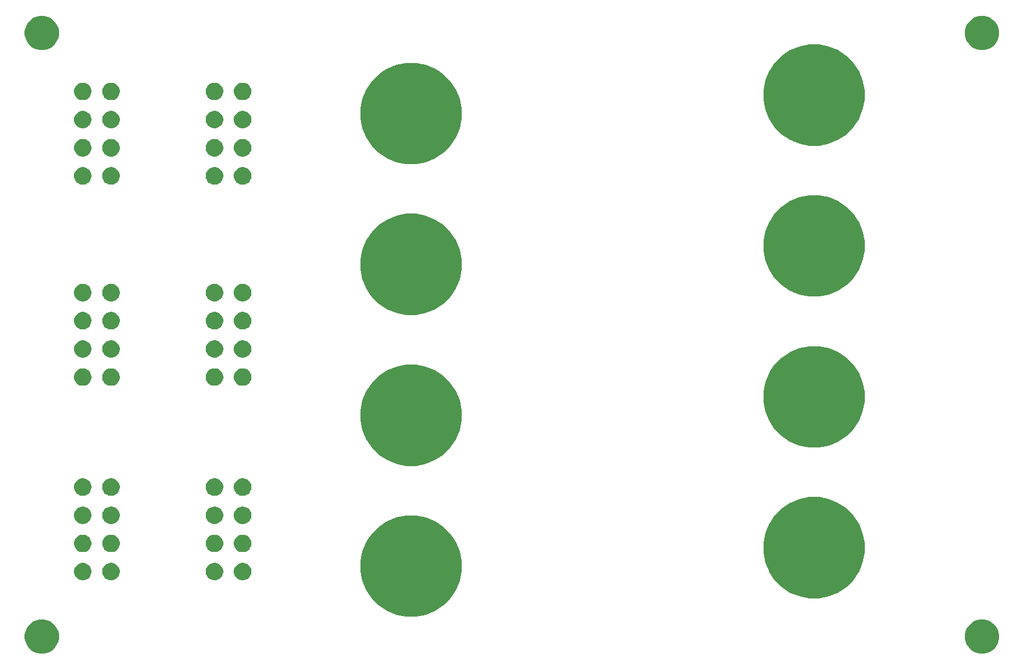
<source format=gbr>
G04 #@! TF.GenerationSoftware,KiCad,Pcbnew,(5.0.1)-3*
G04 #@! TF.CreationDate,2019-04-03T23:09:03+02:00*
G04 #@! TF.ProjectId,discovery,646973636F766572792E6B696361645F,rev?*
G04 #@! TF.SameCoordinates,PX4c4640PY8a48028*
G04 #@! TF.FileFunction,Soldermask,Top*
G04 #@! TF.FilePolarity,Negative*
%FSLAX46Y46*%
G04 Gerber Fmt 4.6, Leading zero omitted, Abs format (unit mm)*
G04 Created by KiCad (PCBNEW (5.0.1)-3) date 03/04/2019 23:09:03*
%MOMM*%
%LPD*%
G01*
G04 APERTURE LIST*
%ADD10C,0.100000*%
G04 APERTURE END LIST*
D10*
G36*
X140745376Y2451407D02*
X140745378Y2451406D01*
X140745379Y2451406D01*
X141209632Y2259107D01*
X141625564Y1981190D01*
X141627451Y1979929D01*
X141982769Y1624611D01*
X141982771Y1624608D01*
X142261947Y1206792D01*
X142454246Y742539D01*
X142552280Y249692D01*
X142552280Y-252812D01*
X142454246Y-745659D01*
X142261947Y-1209912D01*
X141984030Y-1625844D01*
X141982769Y-1627731D01*
X141627451Y-1983049D01*
X141627448Y-1983051D01*
X141209632Y-2262227D01*
X140745379Y-2454526D01*
X140745378Y-2454526D01*
X140745376Y-2454527D01*
X140252533Y-2552560D01*
X139750027Y-2552560D01*
X139257184Y-2454527D01*
X139257182Y-2454526D01*
X139257181Y-2454526D01*
X138792928Y-2262227D01*
X138375112Y-1983051D01*
X138375109Y-1983049D01*
X138019791Y-1627731D01*
X138018530Y-1625844D01*
X137740613Y-1209912D01*
X137548314Y-745659D01*
X137450280Y-252812D01*
X137450280Y249692D01*
X137548314Y742539D01*
X137740613Y1206792D01*
X138019789Y1624608D01*
X138019791Y1624611D01*
X138375109Y1979929D01*
X138376996Y1981190D01*
X138792928Y2259107D01*
X139257181Y2451406D01*
X139257182Y2451406D01*
X139257184Y2451407D01*
X139750027Y2549440D01*
X140252533Y2549440D01*
X140745376Y2451407D01*
X140745376Y2451407D01*
G37*
G36*
X745376Y2451407D02*
X745378Y2451406D01*
X745379Y2451406D01*
X1209632Y2259107D01*
X1625564Y1981190D01*
X1627451Y1979929D01*
X1982769Y1624611D01*
X1982771Y1624608D01*
X2261947Y1206792D01*
X2454246Y742539D01*
X2552280Y249692D01*
X2552280Y-252812D01*
X2454246Y-745659D01*
X2261947Y-1209912D01*
X1984030Y-1625844D01*
X1982769Y-1627731D01*
X1627451Y-1983049D01*
X1627448Y-1983051D01*
X1209632Y-2262227D01*
X745379Y-2454526D01*
X745378Y-2454526D01*
X745376Y-2454527D01*
X252533Y-2552560D01*
X-249973Y-2552560D01*
X-742816Y-2454527D01*
X-742818Y-2454526D01*
X-742819Y-2454526D01*
X-1207072Y-2262227D01*
X-1624888Y-1983051D01*
X-1624891Y-1983049D01*
X-1980209Y-1627731D01*
X-1981470Y-1625844D01*
X-2259387Y-1209912D01*
X-2451686Y-745659D01*
X-2549720Y-252812D01*
X-2549720Y249692D01*
X-2451686Y742539D01*
X-2259387Y1206792D01*
X-1980211Y1624608D01*
X-1980209Y1624611D01*
X-1624891Y1979929D01*
X-1623004Y1981190D01*
X-1207072Y2259107D01*
X-742819Y2451406D01*
X-742818Y2451406D01*
X-742816Y2451407D01*
X-249973Y2549440D01*
X252533Y2549440D01*
X745376Y2451407D01*
X745376Y2451407D01*
G37*
G36*
X57191125Y17759260D02*
X58374472Y17269101D01*
X58565320Y17190049D01*
X58718213Y17087889D01*
X59802065Y16363683D01*
X60853823Y15311925D01*
X60853825Y15311922D01*
X61386515Y14514695D01*
X61680190Y14075178D01*
X62249400Y12700985D01*
X62539580Y11242150D01*
X62539580Y9754730D01*
X62249400Y8295895D01*
X61680190Y6921702D01*
X61680189Y6921700D01*
X61436391Y6556830D01*
X60853823Y5684955D01*
X59802065Y4633197D01*
X59802062Y4633195D01*
X58565320Y3806831D01*
X58565319Y3806830D01*
X58565318Y3806830D01*
X57191125Y3237620D01*
X55732290Y2947440D01*
X54244870Y2947440D01*
X52786035Y3237620D01*
X51411842Y3806830D01*
X51411841Y3806830D01*
X51411840Y3806831D01*
X50175098Y4633195D01*
X50175095Y4633197D01*
X49123337Y5684955D01*
X48540769Y6556830D01*
X48296971Y6921700D01*
X48296970Y6921702D01*
X47727760Y8295895D01*
X47437580Y9754730D01*
X47437580Y11242150D01*
X47727760Y12700985D01*
X48296970Y14075178D01*
X48590646Y14514695D01*
X49123335Y15311922D01*
X49123337Y15311925D01*
X50175095Y16363683D01*
X51258947Y17087889D01*
X51411840Y17190049D01*
X51602688Y17269101D01*
X52786035Y17759260D01*
X54244870Y18049440D01*
X55732290Y18049440D01*
X57191125Y17759260D01*
X57191125Y17759260D01*
G37*
G36*
X117191125Y20509260D02*
X118565318Y19940050D01*
X118565320Y19940049D01*
X119374399Y19399440D01*
X119802065Y19113683D01*
X120853823Y18061925D01*
X120853825Y18061922D01*
X121599788Y16945509D01*
X121680190Y16825178D01*
X122249400Y15450985D01*
X122539580Y13992150D01*
X122539580Y12504730D01*
X122249400Y11045895D01*
X121848453Y10077925D01*
X121680189Y9671700D01*
X121612436Y9570301D01*
X120853823Y8434955D01*
X119802065Y7383197D01*
X119802062Y7383195D01*
X118565320Y6556831D01*
X118565319Y6556830D01*
X118565318Y6556830D01*
X117191125Y5987620D01*
X115732290Y5697440D01*
X114244870Y5697440D01*
X112786035Y5987620D01*
X111411842Y6556830D01*
X111411841Y6556830D01*
X111411840Y6556831D01*
X110175098Y7383195D01*
X110175095Y7383197D01*
X109123337Y8434955D01*
X108364724Y9570301D01*
X108296971Y9671700D01*
X108128707Y10077925D01*
X107727760Y11045895D01*
X107437580Y12504730D01*
X107437580Y13992150D01*
X107727760Y15450985D01*
X108296970Y16825178D01*
X108377373Y16945509D01*
X109123335Y18061922D01*
X109123337Y18061925D01*
X110175095Y19113683D01*
X110602761Y19399440D01*
X111411840Y19940049D01*
X111411842Y19940050D01*
X112786035Y20509260D01*
X114244870Y20799440D01*
X115732290Y20799440D01*
X117191125Y20509260D01*
X117191125Y20509260D01*
G37*
G36*
X30280765Y10949444D02*
X30280767Y10949443D01*
X30280768Y10949443D01*
X30517535Y10851371D01*
X30730622Y10708991D01*
X30911831Y10527782D01*
X31054211Y10314695D01*
X31152284Y10077925D01*
X31202280Y9826579D01*
X31202280Y9570301D01*
X31152284Y9318955D01*
X31054211Y9082185D01*
X30911831Y8869098D01*
X30730622Y8687889D01*
X30730619Y8687887D01*
X30517535Y8545509D01*
X30280768Y8447437D01*
X30280767Y8447437D01*
X30280765Y8447436D01*
X30029419Y8397440D01*
X29773141Y8397440D01*
X29521795Y8447436D01*
X29521793Y8447437D01*
X29521792Y8447437D01*
X29285025Y8545509D01*
X29071941Y8687887D01*
X29071938Y8687889D01*
X28890729Y8869098D01*
X28748349Y9082185D01*
X28650276Y9318955D01*
X28600280Y9570301D01*
X28600280Y9826579D01*
X28650276Y10077925D01*
X28748349Y10314695D01*
X28890729Y10527782D01*
X29071938Y10708991D01*
X29285025Y10851371D01*
X29521792Y10949443D01*
X29521793Y10949443D01*
X29521795Y10949444D01*
X29773141Y10999440D01*
X30029419Y10999440D01*
X30280765Y10949444D01*
X30280765Y10949444D01*
G37*
G36*
X26080765Y10949444D02*
X26080767Y10949443D01*
X26080768Y10949443D01*
X26317535Y10851371D01*
X26530622Y10708991D01*
X26711831Y10527782D01*
X26854211Y10314695D01*
X26952284Y10077925D01*
X27002280Y9826579D01*
X27002280Y9570301D01*
X26952284Y9318955D01*
X26854211Y9082185D01*
X26711831Y8869098D01*
X26530622Y8687889D01*
X26530619Y8687887D01*
X26317535Y8545509D01*
X26080768Y8447437D01*
X26080767Y8447437D01*
X26080765Y8447436D01*
X25829419Y8397440D01*
X25573141Y8397440D01*
X25321795Y8447436D01*
X25321793Y8447437D01*
X25321792Y8447437D01*
X25085025Y8545509D01*
X24871941Y8687887D01*
X24871938Y8687889D01*
X24690729Y8869098D01*
X24548349Y9082185D01*
X24450276Y9318955D01*
X24400280Y9570301D01*
X24400280Y9826579D01*
X24450276Y10077925D01*
X24548349Y10314695D01*
X24690729Y10527782D01*
X24871938Y10708991D01*
X25085025Y10851371D01*
X25321792Y10949443D01*
X25321793Y10949443D01*
X25321795Y10949444D01*
X25573141Y10999440D01*
X25829419Y10999440D01*
X26080765Y10949444D01*
X26080765Y10949444D01*
G37*
G36*
X6480765Y10949444D02*
X6480767Y10949443D01*
X6480768Y10949443D01*
X6717535Y10851371D01*
X6930622Y10708991D01*
X7111831Y10527782D01*
X7254211Y10314695D01*
X7352284Y10077925D01*
X7402280Y9826579D01*
X7402280Y9570301D01*
X7352284Y9318955D01*
X7254211Y9082185D01*
X7111831Y8869098D01*
X6930622Y8687889D01*
X6930619Y8687887D01*
X6717535Y8545509D01*
X6480768Y8447437D01*
X6480767Y8447437D01*
X6480765Y8447436D01*
X6229419Y8397440D01*
X5973141Y8397440D01*
X5721795Y8447436D01*
X5721793Y8447437D01*
X5721792Y8447437D01*
X5485025Y8545509D01*
X5271941Y8687887D01*
X5271938Y8687889D01*
X5090729Y8869098D01*
X4948349Y9082185D01*
X4850276Y9318955D01*
X4800280Y9570301D01*
X4800280Y9826579D01*
X4850276Y10077925D01*
X4948349Y10314695D01*
X5090729Y10527782D01*
X5271938Y10708991D01*
X5485025Y10851371D01*
X5721792Y10949443D01*
X5721793Y10949443D01*
X5721795Y10949444D01*
X5973141Y10999440D01*
X6229419Y10999440D01*
X6480765Y10949444D01*
X6480765Y10949444D01*
G37*
G36*
X10680765Y10949444D02*
X10680767Y10949443D01*
X10680768Y10949443D01*
X10917535Y10851371D01*
X11130622Y10708991D01*
X11311831Y10527782D01*
X11454211Y10314695D01*
X11552284Y10077925D01*
X11602280Y9826579D01*
X11602280Y9570301D01*
X11552284Y9318955D01*
X11454211Y9082185D01*
X11311831Y8869098D01*
X11130622Y8687889D01*
X11130619Y8687887D01*
X10917535Y8545509D01*
X10680768Y8447437D01*
X10680767Y8447437D01*
X10680765Y8447436D01*
X10429419Y8397440D01*
X10173141Y8397440D01*
X9921795Y8447436D01*
X9921793Y8447437D01*
X9921792Y8447437D01*
X9685025Y8545509D01*
X9471941Y8687887D01*
X9471938Y8687889D01*
X9290729Y8869098D01*
X9148349Y9082185D01*
X9050276Y9318955D01*
X9000280Y9570301D01*
X9000280Y9826579D01*
X9050276Y10077925D01*
X9148349Y10314695D01*
X9290729Y10527782D01*
X9471938Y10708991D01*
X9685025Y10851371D01*
X9921792Y10949443D01*
X9921793Y10949443D01*
X9921795Y10949444D01*
X10173141Y10999440D01*
X10429419Y10999440D01*
X10680765Y10949444D01*
X10680765Y10949444D01*
G37*
G36*
X10680765Y15149444D02*
X10680767Y15149443D01*
X10680768Y15149443D01*
X10917535Y15051371D01*
X11130622Y14908991D01*
X11311831Y14727782D01*
X11454211Y14514695D01*
X11552284Y14277925D01*
X11602280Y14026579D01*
X11602280Y13770301D01*
X11552284Y13518955D01*
X11454211Y13282185D01*
X11311831Y13069098D01*
X11130622Y12887889D01*
X11130619Y12887887D01*
X10917535Y12745509D01*
X10680768Y12647437D01*
X10680767Y12647437D01*
X10680765Y12647436D01*
X10429419Y12597440D01*
X10173141Y12597440D01*
X9921795Y12647436D01*
X9921793Y12647437D01*
X9921792Y12647437D01*
X9685025Y12745509D01*
X9471941Y12887887D01*
X9471938Y12887889D01*
X9290729Y13069098D01*
X9148349Y13282185D01*
X9050276Y13518955D01*
X9000280Y13770301D01*
X9000280Y14026579D01*
X9050276Y14277925D01*
X9148349Y14514695D01*
X9290729Y14727782D01*
X9471938Y14908991D01*
X9685025Y15051371D01*
X9921792Y15149443D01*
X9921793Y15149443D01*
X9921795Y15149444D01*
X10173141Y15199440D01*
X10429419Y15199440D01*
X10680765Y15149444D01*
X10680765Y15149444D01*
G37*
G36*
X30280765Y15149444D02*
X30280767Y15149443D01*
X30280768Y15149443D01*
X30517535Y15051371D01*
X30730622Y14908991D01*
X30911831Y14727782D01*
X31054211Y14514695D01*
X31152284Y14277925D01*
X31202280Y14026579D01*
X31202280Y13770301D01*
X31152284Y13518955D01*
X31054211Y13282185D01*
X30911831Y13069098D01*
X30730622Y12887889D01*
X30730619Y12887887D01*
X30517535Y12745509D01*
X30280768Y12647437D01*
X30280767Y12647437D01*
X30280765Y12647436D01*
X30029419Y12597440D01*
X29773141Y12597440D01*
X29521795Y12647436D01*
X29521793Y12647437D01*
X29521792Y12647437D01*
X29285025Y12745509D01*
X29071941Y12887887D01*
X29071938Y12887889D01*
X28890729Y13069098D01*
X28748349Y13282185D01*
X28650276Y13518955D01*
X28600280Y13770301D01*
X28600280Y14026579D01*
X28650276Y14277925D01*
X28748349Y14514695D01*
X28890729Y14727782D01*
X29071938Y14908991D01*
X29285025Y15051371D01*
X29521792Y15149443D01*
X29521793Y15149443D01*
X29521795Y15149444D01*
X29773141Y15199440D01*
X30029419Y15199440D01*
X30280765Y15149444D01*
X30280765Y15149444D01*
G37*
G36*
X26080765Y15149444D02*
X26080767Y15149443D01*
X26080768Y15149443D01*
X26317535Y15051371D01*
X26530622Y14908991D01*
X26711831Y14727782D01*
X26854211Y14514695D01*
X26952284Y14277925D01*
X27002280Y14026579D01*
X27002280Y13770301D01*
X26952284Y13518955D01*
X26854211Y13282185D01*
X26711831Y13069098D01*
X26530622Y12887889D01*
X26530619Y12887887D01*
X26317535Y12745509D01*
X26080768Y12647437D01*
X26080767Y12647437D01*
X26080765Y12647436D01*
X25829419Y12597440D01*
X25573141Y12597440D01*
X25321795Y12647436D01*
X25321793Y12647437D01*
X25321792Y12647437D01*
X25085025Y12745509D01*
X24871941Y12887887D01*
X24871938Y12887889D01*
X24690729Y13069098D01*
X24548349Y13282185D01*
X24450276Y13518955D01*
X24400280Y13770301D01*
X24400280Y14026579D01*
X24450276Y14277925D01*
X24548349Y14514695D01*
X24690729Y14727782D01*
X24871938Y14908991D01*
X25085025Y15051371D01*
X25321792Y15149443D01*
X25321793Y15149443D01*
X25321795Y15149444D01*
X25573141Y15199440D01*
X25829419Y15199440D01*
X26080765Y15149444D01*
X26080765Y15149444D01*
G37*
G36*
X6480765Y15149444D02*
X6480767Y15149443D01*
X6480768Y15149443D01*
X6717535Y15051371D01*
X6930622Y14908991D01*
X7111831Y14727782D01*
X7254211Y14514695D01*
X7352284Y14277925D01*
X7402280Y14026579D01*
X7402280Y13770301D01*
X7352284Y13518955D01*
X7254211Y13282185D01*
X7111831Y13069098D01*
X6930622Y12887889D01*
X6930619Y12887887D01*
X6717535Y12745509D01*
X6480768Y12647437D01*
X6480767Y12647437D01*
X6480765Y12647436D01*
X6229419Y12597440D01*
X5973141Y12597440D01*
X5721795Y12647436D01*
X5721793Y12647437D01*
X5721792Y12647437D01*
X5485025Y12745509D01*
X5271941Y12887887D01*
X5271938Y12887889D01*
X5090729Y13069098D01*
X4948349Y13282185D01*
X4850276Y13518955D01*
X4800280Y13770301D01*
X4800280Y14026579D01*
X4850276Y14277925D01*
X4948349Y14514695D01*
X5090729Y14727782D01*
X5271938Y14908991D01*
X5485025Y15051371D01*
X5721792Y15149443D01*
X5721793Y15149443D01*
X5721795Y15149444D01*
X5973141Y15199440D01*
X6229419Y15199440D01*
X6480765Y15149444D01*
X6480765Y15149444D01*
G37*
G36*
X6480765Y19349444D02*
X6480767Y19349443D01*
X6480768Y19349443D01*
X6717535Y19251371D01*
X6930622Y19108991D01*
X7111831Y18927782D01*
X7254211Y18714695D01*
X7352284Y18477925D01*
X7402280Y18226579D01*
X7402280Y17970301D01*
X7352284Y17718955D01*
X7254211Y17482185D01*
X7111831Y17269098D01*
X6930622Y17087889D01*
X6930619Y17087887D01*
X6717535Y16945509D01*
X6480768Y16847437D01*
X6480767Y16847437D01*
X6480765Y16847436D01*
X6229419Y16797440D01*
X5973141Y16797440D01*
X5721795Y16847436D01*
X5721793Y16847437D01*
X5721792Y16847437D01*
X5485025Y16945509D01*
X5271941Y17087887D01*
X5271938Y17087889D01*
X5090729Y17269098D01*
X4948349Y17482185D01*
X4850276Y17718955D01*
X4800280Y17970301D01*
X4800280Y18226579D01*
X4850276Y18477925D01*
X4948349Y18714695D01*
X5090729Y18927782D01*
X5271938Y19108991D01*
X5485025Y19251371D01*
X5721792Y19349443D01*
X5721793Y19349443D01*
X5721795Y19349444D01*
X5973141Y19399440D01*
X6229419Y19399440D01*
X6480765Y19349444D01*
X6480765Y19349444D01*
G37*
G36*
X10680765Y19349444D02*
X10680767Y19349443D01*
X10680768Y19349443D01*
X10917535Y19251371D01*
X11130622Y19108991D01*
X11311831Y18927782D01*
X11454211Y18714695D01*
X11552284Y18477925D01*
X11602280Y18226579D01*
X11602280Y17970301D01*
X11552284Y17718955D01*
X11454211Y17482185D01*
X11311831Y17269098D01*
X11130622Y17087889D01*
X11130619Y17087887D01*
X10917535Y16945509D01*
X10680768Y16847437D01*
X10680767Y16847437D01*
X10680765Y16847436D01*
X10429419Y16797440D01*
X10173141Y16797440D01*
X9921795Y16847436D01*
X9921793Y16847437D01*
X9921792Y16847437D01*
X9685025Y16945509D01*
X9471941Y17087887D01*
X9471938Y17087889D01*
X9290729Y17269098D01*
X9148349Y17482185D01*
X9050276Y17718955D01*
X9000280Y17970301D01*
X9000280Y18226579D01*
X9050276Y18477925D01*
X9148349Y18714695D01*
X9290729Y18927782D01*
X9471938Y19108991D01*
X9685025Y19251371D01*
X9921792Y19349443D01*
X9921793Y19349443D01*
X9921795Y19349444D01*
X10173141Y19399440D01*
X10429419Y19399440D01*
X10680765Y19349444D01*
X10680765Y19349444D01*
G37*
G36*
X30280765Y19349444D02*
X30280767Y19349443D01*
X30280768Y19349443D01*
X30517535Y19251371D01*
X30730622Y19108991D01*
X30911831Y18927782D01*
X31054211Y18714695D01*
X31152284Y18477925D01*
X31202280Y18226579D01*
X31202280Y17970301D01*
X31152284Y17718955D01*
X31054211Y17482185D01*
X30911831Y17269098D01*
X30730622Y17087889D01*
X30730619Y17087887D01*
X30517535Y16945509D01*
X30280768Y16847437D01*
X30280767Y16847437D01*
X30280765Y16847436D01*
X30029419Y16797440D01*
X29773141Y16797440D01*
X29521795Y16847436D01*
X29521793Y16847437D01*
X29521792Y16847437D01*
X29285025Y16945509D01*
X29071941Y17087887D01*
X29071938Y17087889D01*
X28890729Y17269098D01*
X28748349Y17482185D01*
X28650276Y17718955D01*
X28600280Y17970301D01*
X28600280Y18226579D01*
X28650276Y18477925D01*
X28748349Y18714695D01*
X28890729Y18927782D01*
X29071938Y19108991D01*
X29285025Y19251371D01*
X29521792Y19349443D01*
X29521793Y19349443D01*
X29521795Y19349444D01*
X29773141Y19399440D01*
X30029419Y19399440D01*
X30280765Y19349444D01*
X30280765Y19349444D01*
G37*
G36*
X26080765Y19349444D02*
X26080767Y19349443D01*
X26080768Y19349443D01*
X26317535Y19251371D01*
X26530622Y19108991D01*
X26711831Y18927782D01*
X26854211Y18714695D01*
X26952284Y18477925D01*
X27002280Y18226579D01*
X27002280Y17970301D01*
X26952284Y17718955D01*
X26854211Y17482185D01*
X26711831Y17269098D01*
X26530622Y17087889D01*
X26530619Y17087887D01*
X26317535Y16945509D01*
X26080768Y16847437D01*
X26080767Y16847437D01*
X26080765Y16847436D01*
X25829419Y16797440D01*
X25573141Y16797440D01*
X25321795Y16847436D01*
X25321793Y16847437D01*
X25321792Y16847437D01*
X25085025Y16945509D01*
X24871941Y17087887D01*
X24871938Y17087889D01*
X24690729Y17269098D01*
X24548349Y17482185D01*
X24450276Y17718955D01*
X24400280Y17970301D01*
X24400280Y18226579D01*
X24450276Y18477925D01*
X24548349Y18714695D01*
X24690729Y18927782D01*
X24871938Y19108991D01*
X25085025Y19251371D01*
X25321792Y19349443D01*
X25321793Y19349443D01*
X25321795Y19349444D01*
X25573141Y19399440D01*
X25829419Y19399440D01*
X26080765Y19349444D01*
X26080765Y19349444D01*
G37*
G36*
X30280765Y23549444D02*
X30280767Y23549443D01*
X30280768Y23549443D01*
X30517535Y23451371D01*
X30730622Y23308991D01*
X30911831Y23127782D01*
X31054211Y22914695D01*
X31152284Y22677925D01*
X31202280Y22426579D01*
X31202280Y22170301D01*
X31152284Y21918955D01*
X31054211Y21682185D01*
X30911831Y21469098D01*
X30730622Y21287889D01*
X30730619Y21287887D01*
X30517535Y21145509D01*
X30280768Y21047437D01*
X30280767Y21047437D01*
X30280765Y21047436D01*
X30029419Y20997440D01*
X29773141Y20997440D01*
X29521795Y21047436D01*
X29521793Y21047437D01*
X29521792Y21047437D01*
X29285025Y21145509D01*
X29071941Y21287887D01*
X29071938Y21287889D01*
X28890729Y21469098D01*
X28748349Y21682185D01*
X28650276Y21918955D01*
X28600280Y22170301D01*
X28600280Y22426579D01*
X28650276Y22677925D01*
X28748349Y22914695D01*
X28890729Y23127782D01*
X29071938Y23308991D01*
X29285025Y23451371D01*
X29521792Y23549443D01*
X29521793Y23549443D01*
X29521795Y23549444D01*
X29773141Y23599440D01*
X30029419Y23599440D01*
X30280765Y23549444D01*
X30280765Y23549444D01*
G37*
G36*
X6480765Y23549444D02*
X6480767Y23549443D01*
X6480768Y23549443D01*
X6717535Y23451371D01*
X6930622Y23308991D01*
X7111831Y23127782D01*
X7254211Y22914695D01*
X7352284Y22677925D01*
X7402280Y22426579D01*
X7402280Y22170301D01*
X7352284Y21918955D01*
X7254211Y21682185D01*
X7111831Y21469098D01*
X6930622Y21287889D01*
X6930619Y21287887D01*
X6717535Y21145509D01*
X6480768Y21047437D01*
X6480767Y21047437D01*
X6480765Y21047436D01*
X6229419Y20997440D01*
X5973141Y20997440D01*
X5721795Y21047436D01*
X5721793Y21047437D01*
X5721792Y21047437D01*
X5485025Y21145509D01*
X5271941Y21287887D01*
X5271938Y21287889D01*
X5090729Y21469098D01*
X4948349Y21682185D01*
X4850276Y21918955D01*
X4800280Y22170301D01*
X4800280Y22426579D01*
X4850276Y22677925D01*
X4948349Y22914695D01*
X5090729Y23127782D01*
X5271938Y23308991D01*
X5485025Y23451371D01*
X5721792Y23549443D01*
X5721793Y23549443D01*
X5721795Y23549444D01*
X5973141Y23599440D01*
X6229419Y23599440D01*
X6480765Y23549444D01*
X6480765Y23549444D01*
G37*
G36*
X10680765Y23549444D02*
X10680767Y23549443D01*
X10680768Y23549443D01*
X10917535Y23451371D01*
X11130622Y23308991D01*
X11311831Y23127782D01*
X11454211Y22914695D01*
X11552284Y22677925D01*
X11602280Y22426579D01*
X11602280Y22170301D01*
X11552284Y21918955D01*
X11454211Y21682185D01*
X11311831Y21469098D01*
X11130622Y21287889D01*
X11130619Y21287887D01*
X10917535Y21145509D01*
X10680768Y21047437D01*
X10680767Y21047437D01*
X10680765Y21047436D01*
X10429419Y20997440D01*
X10173141Y20997440D01*
X9921795Y21047436D01*
X9921793Y21047437D01*
X9921792Y21047437D01*
X9685025Y21145509D01*
X9471941Y21287887D01*
X9471938Y21287889D01*
X9290729Y21469098D01*
X9148349Y21682185D01*
X9050276Y21918955D01*
X9000280Y22170301D01*
X9000280Y22426579D01*
X9050276Y22677925D01*
X9148349Y22914695D01*
X9290729Y23127782D01*
X9471938Y23308991D01*
X9685025Y23451371D01*
X9921792Y23549443D01*
X9921793Y23549443D01*
X9921795Y23549444D01*
X10173141Y23599440D01*
X10429419Y23599440D01*
X10680765Y23549444D01*
X10680765Y23549444D01*
G37*
G36*
X26080765Y23549444D02*
X26080767Y23549443D01*
X26080768Y23549443D01*
X26317535Y23451371D01*
X26530622Y23308991D01*
X26711831Y23127782D01*
X26854211Y22914695D01*
X26952284Y22677925D01*
X27002280Y22426579D01*
X27002280Y22170301D01*
X26952284Y21918955D01*
X26854211Y21682185D01*
X26711831Y21469098D01*
X26530622Y21287889D01*
X26530619Y21287887D01*
X26317535Y21145509D01*
X26080768Y21047437D01*
X26080767Y21047437D01*
X26080765Y21047436D01*
X25829419Y20997440D01*
X25573141Y20997440D01*
X25321795Y21047436D01*
X25321793Y21047437D01*
X25321792Y21047437D01*
X25085025Y21145509D01*
X24871941Y21287887D01*
X24871938Y21287889D01*
X24690729Y21469098D01*
X24548349Y21682185D01*
X24450276Y21918955D01*
X24400280Y22170301D01*
X24400280Y22426579D01*
X24450276Y22677925D01*
X24548349Y22914695D01*
X24690729Y23127782D01*
X24871938Y23308991D01*
X25085025Y23451371D01*
X25321792Y23549443D01*
X25321793Y23549443D01*
X25321795Y23549444D01*
X25573141Y23599440D01*
X25829419Y23599440D01*
X26080765Y23549444D01*
X26080765Y23549444D01*
G37*
G36*
X57191125Y40259260D02*
X58519590Y39708991D01*
X58565320Y39690049D01*
X58808174Y39527779D01*
X59802065Y38863683D01*
X60853823Y37811925D01*
X60853825Y37811922D01*
X61097367Y37447436D01*
X61680190Y36575178D01*
X62249400Y35200985D01*
X62539580Y33742150D01*
X62539580Y32254730D01*
X62249400Y30795895D01*
X61680190Y29421702D01*
X61680189Y29421700D01*
X61436391Y29056830D01*
X60853823Y28184955D01*
X59802065Y27133197D01*
X59802062Y27133195D01*
X58565320Y26306831D01*
X58565319Y26306830D01*
X58565318Y26306830D01*
X57191125Y25737620D01*
X55732290Y25447440D01*
X54244870Y25447440D01*
X52786035Y25737620D01*
X51411842Y26306830D01*
X51411841Y26306830D01*
X51411840Y26306831D01*
X50175098Y27133195D01*
X50175095Y27133197D01*
X49123337Y28184955D01*
X48540769Y29056830D01*
X48296971Y29421700D01*
X48296970Y29421702D01*
X47727760Y30795895D01*
X47437580Y32254730D01*
X47437580Y33742150D01*
X47727760Y35200985D01*
X48296970Y36575178D01*
X48879794Y37447436D01*
X49123335Y37811922D01*
X49123337Y37811925D01*
X50175095Y38863683D01*
X51168986Y39527779D01*
X51411840Y39690049D01*
X51457570Y39708991D01*
X52786035Y40259260D01*
X54244870Y40549440D01*
X55732290Y40549440D01*
X57191125Y40259260D01*
X57191125Y40259260D01*
G37*
G36*
X117191125Y43009260D02*
X118565318Y42440050D01*
X118565320Y42440049D01*
X118801580Y42282185D01*
X119802065Y41613683D01*
X120853823Y40561925D01*
X120853825Y40561922D01*
X121544817Y39527779D01*
X121680190Y39325178D01*
X122249400Y37950985D01*
X122539580Y36492150D01*
X122539580Y35004730D01*
X122249400Y33545895D01*
X121680190Y32171702D01*
X120853823Y30934955D01*
X119802065Y29883197D01*
X119802062Y29883195D01*
X118565320Y29056831D01*
X118565319Y29056830D01*
X118565318Y29056830D01*
X117191125Y28487620D01*
X115732290Y28197440D01*
X114244870Y28197440D01*
X112786035Y28487620D01*
X111411842Y29056830D01*
X111411841Y29056830D01*
X111411840Y29056831D01*
X110175098Y29883195D01*
X110175095Y29883197D01*
X109123337Y30934955D01*
X108296970Y32171702D01*
X107727760Y33545895D01*
X107437580Y35004730D01*
X107437580Y36492150D01*
X107727760Y37950985D01*
X108296970Y39325178D01*
X108432344Y39527779D01*
X109123335Y40561922D01*
X109123337Y40561925D01*
X110175095Y41613683D01*
X111175580Y42282185D01*
X111411840Y42440049D01*
X111411842Y42440050D01*
X112786035Y43009260D01*
X114244870Y43299440D01*
X115732290Y43299440D01*
X117191125Y43009260D01*
X117191125Y43009260D01*
G37*
G36*
X26080765Y39949444D02*
X26080767Y39949443D01*
X26080768Y39949443D01*
X26317535Y39851371D01*
X26530622Y39708991D01*
X26711831Y39527782D01*
X26854211Y39314695D01*
X26952284Y39077925D01*
X27002280Y38826579D01*
X27002280Y38570301D01*
X26952284Y38318955D01*
X26854211Y38082185D01*
X26711831Y37869098D01*
X26530622Y37687889D01*
X26530619Y37687887D01*
X26317535Y37545509D01*
X26080768Y37447437D01*
X26080767Y37447437D01*
X26080765Y37447436D01*
X25829419Y37397440D01*
X25573141Y37397440D01*
X25321795Y37447436D01*
X25321793Y37447437D01*
X25321792Y37447437D01*
X25085025Y37545509D01*
X24871941Y37687887D01*
X24871938Y37687889D01*
X24690729Y37869098D01*
X24548349Y38082185D01*
X24450276Y38318955D01*
X24400280Y38570301D01*
X24400280Y38826579D01*
X24450276Y39077925D01*
X24548349Y39314695D01*
X24690729Y39527782D01*
X24871938Y39708991D01*
X25085025Y39851371D01*
X25321792Y39949443D01*
X25321793Y39949443D01*
X25321795Y39949444D01*
X25573141Y39999440D01*
X25829419Y39999440D01*
X26080765Y39949444D01*
X26080765Y39949444D01*
G37*
G36*
X10680765Y39949444D02*
X10680767Y39949443D01*
X10680768Y39949443D01*
X10917535Y39851371D01*
X11130622Y39708991D01*
X11311831Y39527782D01*
X11454211Y39314695D01*
X11552284Y39077925D01*
X11602280Y38826579D01*
X11602280Y38570301D01*
X11552284Y38318955D01*
X11454211Y38082185D01*
X11311831Y37869098D01*
X11130622Y37687889D01*
X11130619Y37687887D01*
X10917535Y37545509D01*
X10680768Y37447437D01*
X10680767Y37447437D01*
X10680765Y37447436D01*
X10429419Y37397440D01*
X10173141Y37397440D01*
X9921795Y37447436D01*
X9921793Y37447437D01*
X9921792Y37447437D01*
X9685025Y37545509D01*
X9471941Y37687887D01*
X9471938Y37687889D01*
X9290729Y37869098D01*
X9148349Y38082185D01*
X9050276Y38318955D01*
X9000280Y38570301D01*
X9000280Y38826579D01*
X9050276Y39077925D01*
X9148349Y39314695D01*
X9290729Y39527782D01*
X9471938Y39708991D01*
X9685025Y39851371D01*
X9921792Y39949443D01*
X9921793Y39949443D01*
X9921795Y39949444D01*
X10173141Y39999440D01*
X10429419Y39999440D01*
X10680765Y39949444D01*
X10680765Y39949444D01*
G37*
G36*
X30280765Y39949444D02*
X30280767Y39949443D01*
X30280768Y39949443D01*
X30517535Y39851371D01*
X30730622Y39708991D01*
X30911831Y39527782D01*
X31054211Y39314695D01*
X31152284Y39077925D01*
X31202280Y38826579D01*
X31202280Y38570301D01*
X31152284Y38318955D01*
X31054211Y38082185D01*
X30911831Y37869098D01*
X30730622Y37687889D01*
X30730619Y37687887D01*
X30517535Y37545509D01*
X30280768Y37447437D01*
X30280767Y37447437D01*
X30280765Y37447436D01*
X30029419Y37397440D01*
X29773141Y37397440D01*
X29521795Y37447436D01*
X29521793Y37447437D01*
X29521792Y37447437D01*
X29285025Y37545509D01*
X29071941Y37687887D01*
X29071938Y37687889D01*
X28890729Y37869098D01*
X28748349Y38082185D01*
X28650276Y38318955D01*
X28600280Y38570301D01*
X28600280Y38826579D01*
X28650276Y39077925D01*
X28748349Y39314695D01*
X28890729Y39527782D01*
X29071938Y39708991D01*
X29285025Y39851371D01*
X29521792Y39949443D01*
X29521793Y39949443D01*
X29521795Y39949444D01*
X29773141Y39999440D01*
X30029419Y39999440D01*
X30280765Y39949444D01*
X30280765Y39949444D01*
G37*
G36*
X6480765Y39949444D02*
X6480767Y39949443D01*
X6480768Y39949443D01*
X6717535Y39851371D01*
X6930622Y39708991D01*
X7111831Y39527782D01*
X7254211Y39314695D01*
X7352284Y39077925D01*
X7402280Y38826579D01*
X7402280Y38570301D01*
X7352284Y38318955D01*
X7254211Y38082185D01*
X7111831Y37869098D01*
X6930622Y37687889D01*
X6930619Y37687887D01*
X6717535Y37545509D01*
X6480768Y37447437D01*
X6480767Y37447437D01*
X6480765Y37447436D01*
X6229419Y37397440D01*
X5973141Y37397440D01*
X5721795Y37447436D01*
X5721793Y37447437D01*
X5721792Y37447437D01*
X5485025Y37545509D01*
X5271941Y37687887D01*
X5271938Y37687889D01*
X5090729Y37869098D01*
X4948349Y38082185D01*
X4850276Y38318955D01*
X4800280Y38570301D01*
X4800280Y38826579D01*
X4850276Y39077925D01*
X4948349Y39314695D01*
X5090729Y39527782D01*
X5271938Y39708991D01*
X5485025Y39851371D01*
X5721792Y39949443D01*
X5721793Y39949443D01*
X5721795Y39949444D01*
X5973141Y39999440D01*
X6229419Y39999440D01*
X6480765Y39949444D01*
X6480765Y39949444D01*
G37*
G36*
X6480765Y44149444D02*
X6480767Y44149443D01*
X6480768Y44149443D01*
X6717535Y44051371D01*
X6930622Y43908991D01*
X7111831Y43727782D01*
X7254211Y43514695D01*
X7352284Y43277925D01*
X7402280Y43026579D01*
X7402280Y42770301D01*
X7352284Y42518955D01*
X7254211Y42282185D01*
X7111831Y42069098D01*
X6930622Y41887889D01*
X6930619Y41887887D01*
X6717535Y41745509D01*
X6480768Y41647437D01*
X6480767Y41647437D01*
X6480765Y41647436D01*
X6229419Y41597440D01*
X5973141Y41597440D01*
X5721795Y41647436D01*
X5721793Y41647437D01*
X5721792Y41647437D01*
X5485025Y41745509D01*
X5271941Y41887887D01*
X5271938Y41887889D01*
X5090729Y42069098D01*
X4948349Y42282185D01*
X4850276Y42518955D01*
X4800280Y42770301D01*
X4800280Y43026579D01*
X4850276Y43277925D01*
X4948349Y43514695D01*
X5090729Y43727782D01*
X5271938Y43908991D01*
X5485025Y44051371D01*
X5721792Y44149443D01*
X5721793Y44149443D01*
X5721795Y44149444D01*
X5973141Y44199440D01*
X6229419Y44199440D01*
X6480765Y44149444D01*
X6480765Y44149444D01*
G37*
G36*
X10680765Y44149444D02*
X10680767Y44149443D01*
X10680768Y44149443D01*
X10917535Y44051371D01*
X11130622Y43908991D01*
X11311831Y43727782D01*
X11454211Y43514695D01*
X11552284Y43277925D01*
X11602280Y43026579D01*
X11602280Y42770301D01*
X11552284Y42518955D01*
X11454211Y42282185D01*
X11311831Y42069098D01*
X11130622Y41887889D01*
X11130619Y41887887D01*
X10917535Y41745509D01*
X10680768Y41647437D01*
X10680767Y41647437D01*
X10680765Y41647436D01*
X10429419Y41597440D01*
X10173141Y41597440D01*
X9921795Y41647436D01*
X9921793Y41647437D01*
X9921792Y41647437D01*
X9685025Y41745509D01*
X9471941Y41887887D01*
X9471938Y41887889D01*
X9290729Y42069098D01*
X9148349Y42282185D01*
X9050276Y42518955D01*
X9000280Y42770301D01*
X9000280Y43026579D01*
X9050276Y43277925D01*
X9148349Y43514695D01*
X9290729Y43727782D01*
X9471938Y43908991D01*
X9685025Y44051371D01*
X9921792Y44149443D01*
X9921793Y44149443D01*
X9921795Y44149444D01*
X10173141Y44199440D01*
X10429419Y44199440D01*
X10680765Y44149444D01*
X10680765Y44149444D01*
G37*
G36*
X26080765Y44149444D02*
X26080767Y44149443D01*
X26080768Y44149443D01*
X26317535Y44051371D01*
X26530622Y43908991D01*
X26711831Y43727782D01*
X26854211Y43514695D01*
X26952284Y43277925D01*
X27002280Y43026579D01*
X27002280Y42770301D01*
X26952284Y42518955D01*
X26854211Y42282185D01*
X26711831Y42069098D01*
X26530622Y41887889D01*
X26530619Y41887887D01*
X26317535Y41745509D01*
X26080768Y41647437D01*
X26080767Y41647437D01*
X26080765Y41647436D01*
X25829419Y41597440D01*
X25573141Y41597440D01*
X25321795Y41647436D01*
X25321793Y41647437D01*
X25321792Y41647437D01*
X25085025Y41745509D01*
X24871941Y41887887D01*
X24871938Y41887889D01*
X24690729Y42069098D01*
X24548349Y42282185D01*
X24450276Y42518955D01*
X24400280Y42770301D01*
X24400280Y43026579D01*
X24450276Y43277925D01*
X24548349Y43514695D01*
X24690729Y43727782D01*
X24871938Y43908991D01*
X25085025Y44051371D01*
X25321792Y44149443D01*
X25321793Y44149443D01*
X25321795Y44149444D01*
X25573141Y44199440D01*
X25829419Y44199440D01*
X26080765Y44149444D01*
X26080765Y44149444D01*
G37*
G36*
X30280765Y44149444D02*
X30280767Y44149443D01*
X30280768Y44149443D01*
X30517535Y44051371D01*
X30730622Y43908991D01*
X30911831Y43727782D01*
X31054211Y43514695D01*
X31152284Y43277925D01*
X31202280Y43026579D01*
X31202280Y42770301D01*
X31152284Y42518955D01*
X31054211Y42282185D01*
X30911831Y42069098D01*
X30730622Y41887889D01*
X30730619Y41887887D01*
X30517535Y41745509D01*
X30280768Y41647437D01*
X30280767Y41647437D01*
X30280765Y41647436D01*
X30029419Y41597440D01*
X29773141Y41597440D01*
X29521795Y41647436D01*
X29521793Y41647437D01*
X29521792Y41647437D01*
X29285025Y41745509D01*
X29071941Y41887887D01*
X29071938Y41887889D01*
X28890729Y42069098D01*
X28748349Y42282185D01*
X28650276Y42518955D01*
X28600280Y42770301D01*
X28600280Y43026579D01*
X28650276Y43277925D01*
X28748349Y43514695D01*
X28890729Y43727782D01*
X29071938Y43908991D01*
X29285025Y44051371D01*
X29521792Y44149443D01*
X29521793Y44149443D01*
X29521795Y44149444D01*
X29773141Y44199440D01*
X30029419Y44199440D01*
X30280765Y44149444D01*
X30280765Y44149444D01*
G37*
G36*
X6480765Y48349444D02*
X6480767Y48349443D01*
X6480768Y48349443D01*
X6717535Y48251371D01*
X6930622Y48108991D01*
X7111831Y47927782D01*
X7254211Y47714695D01*
X7352284Y47477925D01*
X7402280Y47226579D01*
X7402280Y46970301D01*
X7352284Y46718955D01*
X7254211Y46482185D01*
X7111831Y46269098D01*
X6930622Y46087889D01*
X6930619Y46087887D01*
X6717535Y45945509D01*
X6480768Y45847437D01*
X6480767Y45847437D01*
X6480765Y45847436D01*
X6229419Y45797440D01*
X5973141Y45797440D01*
X5721795Y45847436D01*
X5721793Y45847437D01*
X5721792Y45847437D01*
X5485025Y45945509D01*
X5271941Y46087887D01*
X5271938Y46087889D01*
X5090729Y46269098D01*
X4948349Y46482185D01*
X4850276Y46718955D01*
X4800280Y46970301D01*
X4800280Y47226579D01*
X4850276Y47477925D01*
X4948349Y47714695D01*
X5090729Y47927782D01*
X5271938Y48108991D01*
X5485025Y48251371D01*
X5721792Y48349443D01*
X5721793Y48349443D01*
X5721795Y48349444D01*
X5973141Y48399440D01*
X6229419Y48399440D01*
X6480765Y48349444D01*
X6480765Y48349444D01*
G37*
G36*
X30280765Y48349444D02*
X30280767Y48349443D01*
X30280768Y48349443D01*
X30517535Y48251371D01*
X30730622Y48108991D01*
X30911831Y47927782D01*
X31054211Y47714695D01*
X31152284Y47477925D01*
X31202280Y47226579D01*
X31202280Y46970301D01*
X31152284Y46718955D01*
X31054211Y46482185D01*
X30911831Y46269098D01*
X30730622Y46087889D01*
X30730619Y46087887D01*
X30517535Y45945509D01*
X30280768Y45847437D01*
X30280767Y45847437D01*
X30280765Y45847436D01*
X30029419Y45797440D01*
X29773141Y45797440D01*
X29521795Y45847436D01*
X29521793Y45847437D01*
X29521792Y45847437D01*
X29285025Y45945509D01*
X29071941Y46087887D01*
X29071938Y46087889D01*
X28890729Y46269098D01*
X28748349Y46482185D01*
X28650276Y46718955D01*
X28600280Y46970301D01*
X28600280Y47226579D01*
X28650276Y47477925D01*
X28748349Y47714695D01*
X28890729Y47927782D01*
X29071938Y48108991D01*
X29285025Y48251371D01*
X29521792Y48349443D01*
X29521793Y48349443D01*
X29521795Y48349444D01*
X29773141Y48399440D01*
X30029419Y48399440D01*
X30280765Y48349444D01*
X30280765Y48349444D01*
G37*
G36*
X26080765Y48349444D02*
X26080767Y48349443D01*
X26080768Y48349443D01*
X26317535Y48251371D01*
X26530622Y48108991D01*
X26711831Y47927782D01*
X26854211Y47714695D01*
X26952284Y47477925D01*
X27002280Y47226579D01*
X27002280Y46970301D01*
X26952284Y46718955D01*
X26854211Y46482185D01*
X26711831Y46269098D01*
X26530622Y46087889D01*
X26530619Y46087887D01*
X26317535Y45945509D01*
X26080768Y45847437D01*
X26080767Y45847437D01*
X26080765Y45847436D01*
X25829419Y45797440D01*
X25573141Y45797440D01*
X25321795Y45847436D01*
X25321793Y45847437D01*
X25321792Y45847437D01*
X25085025Y45945509D01*
X24871941Y46087887D01*
X24871938Y46087889D01*
X24690729Y46269098D01*
X24548349Y46482185D01*
X24450276Y46718955D01*
X24400280Y46970301D01*
X24400280Y47226579D01*
X24450276Y47477925D01*
X24548349Y47714695D01*
X24690729Y47927782D01*
X24871938Y48108991D01*
X25085025Y48251371D01*
X25321792Y48349443D01*
X25321793Y48349443D01*
X25321795Y48349444D01*
X25573141Y48399440D01*
X25829419Y48399440D01*
X26080765Y48349444D01*
X26080765Y48349444D01*
G37*
G36*
X10680765Y48349444D02*
X10680767Y48349443D01*
X10680768Y48349443D01*
X10917535Y48251371D01*
X11130622Y48108991D01*
X11311831Y47927782D01*
X11454211Y47714695D01*
X11552284Y47477925D01*
X11602280Y47226579D01*
X11602280Y46970301D01*
X11552284Y46718955D01*
X11454211Y46482185D01*
X11311831Y46269098D01*
X11130622Y46087889D01*
X11130619Y46087887D01*
X10917535Y45945509D01*
X10680768Y45847437D01*
X10680767Y45847437D01*
X10680765Y45847436D01*
X10429419Y45797440D01*
X10173141Y45797440D01*
X9921795Y45847436D01*
X9921793Y45847437D01*
X9921792Y45847437D01*
X9685025Y45945509D01*
X9471941Y46087887D01*
X9471938Y46087889D01*
X9290729Y46269098D01*
X9148349Y46482185D01*
X9050276Y46718955D01*
X9000280Y46970301D01*
X9000280Y47226579D01*
X9050276Y47477925D01*
X9148349Y47714695D01*
X9290729Y47927782D01*
X9471938Y48108991D01*
X9685025Y48251371D01*
X9921792Y48349443D01*
X9921793Y48349443D01*
X9921795Y48349444D01*
X10173141Y48399440D01*
X10429419Y48399440D01*
X10680765Y48349444D01*
X10680765Y48349444D01*
G37*
G36*
X57191125Y62759260D02*
X58565318Y62190050D01*
X58565320Y62190049D01*
X59111385Y61825180D01*
X59802065Y61363683D01*
X60853823Y60311925D01*
X61680190Y59075178D01*
X62249400Y57700985D01*
X62539580Y56242150D01*
X62539580Y54754730D01*
X62249400Y53295895D01*
X61765551Y52127782D01*
X61680189Y51921700D01*
X61056058Y50987621D01*
X60853823Y50684955D01*
X59802065Y49633197D01*
X59802062Y49633195D01*
X58565320Y48806831D01*
X58565319Y48806830D01*
X58565318Y48806830D01*
X57191125Y48237620D01*
X55732290Y47947440D01*
X54244870Y47947440D01*
X52786035Y48237620D01*
X51411842Y48806830D01*
X51411841Y48806830D01*
X51411840Y48806831D01*
X50175098Y49633195D01*
X50175095Y49633197D01*
X49123337Y50684955D01*
X48921102Y50987621D01*
X48296971Y51921700D01*
X48211609Y52127782D01*
X47727760Y53295895D01*
X47437580Y54754730D01*
X47437580Y56242150D01*
X47727760Y57700985D01*
X48296970Y59075178D01*
X49123337Y60311925D01*
X50175095Y61363683D01*
X50865775Y61825180D01*
X51411840Y62190049D01*
X51411842Y62190050D01*
X52786035Y62759260D01*
X54244870Y63049440D01*
X55732290Y63049440D01*
X57191125Y62759260D01*
X57191125Y62759260D01*
G37*
G36*
X6480765Y52549444D02*
X6480767Y52549443D01*
X6480768Y52549443D01*
X6717535Y52451371D01*
X6930622Y52308991D01*
X7111831Y52127782D01*
X7254211Y51914695D01*
X7352284Y51677925D01*
X7402280Y51426579D01*
X7402280Y51170301D01*
X7352284Y50918955D01*
X7254211Y50682185D01*
X7111831Y50469098D01*
X6930622Y50287889D01*
X6930619Y50287887D01*
X6717535Y50145509D01*
X6480768Y50047437D01*
X6480767Y50047437D01*
X6480765Y50047436D01*
X6229419Y49997440D01*
X5973141Y49997440D01*
X5721795Y50047436D01*
X5721793Y50047437D01*
X5721792Y50047437D01*
X5485025Y50145509D01*
X5271941Y50287887D01*
X5271938Y50287889D01*
X5090729Y50469098D01*
X4948349Y50682185D01*
X4850276Y50918955D01*
X4800280Y51170301D01*
X4800280Y51426579D01*
X4850276Y51677925D01*
X4948349Y51914695D01*
X5090729Y52127782D01*
X5271938Y52308991D01*
X5485025Y52451371D01*
X5721792Y52549443D01*
X5721793Y52549443D01*
X5721795Y52549444D01*
X5973141Y52599440D01*
X6229419Y52599440D01*
X6480765Y52549444D01*
X6480765Y52549444D01*
G37*
G36*
X30280765Y52549444D02*
X30280767Y52549443D01*
X30280768Y52549443D01*
X30517535Y52451371D01*
X30730622Y52308991D01*
X30911831Y52127782D01*
X31054211Y51914695D01*
X31152284Y51677925D01*
X31202280Y51426579D01*
X31202280Y51170301D01*
X31152284Y50918955D01*
X31054211Y50682185D01*
X30911831Y50469098D01*
X30730622Y50287889D01*
X30730619Y50287887D01*
X30517535Y50145509D01*
X30280768Y50047437D01*
X30280767Y50047437D01*
X30280765Y50047436D01*
X30029419Y49997440D01*
X29773141Y49997440D01*
X29521795Y50047436D01*
X29521793Y50047437D01*
X29521792Y50047437D01*
X29285025Y50145509D01*
X29071941Y50287887D01*
X29071938Y50287889D01*
X28890729Y50469098D01*
X28748349Y50682185D01*
X28650276Y50918955D01*
X28600280Y51170301D01*
X28600280Y51426579D01*
X28650276Y51677925D01*
X28748349Y51914695D01*
X28890729Y52127782D01*
X29071938Y52308991D01*
X29285025Y52451371D01*
X29521792Y52549443D01*
X29521793Y52549443D01*
X29521795Y52549444D01*
X29773141Y52599440D01*
X30029419Y52599440D01*
X30280765Y52549444D01*
X30280765Y52549444D01*
G37*
G36*
X10680765Y52549444D02*
X10680767Y52549443D01*
X10680768Y52549443D01*
X10917535Y52451371D01*
X11130622Y52308991D01*
X11311831Y52127782D01*
X11454211Y51914695D01*
X11552284Y51677925D01*
X11602280Y51426579D01*
X11602280Y51170301D01*
X11552284Y50918955D01*
X11454211Y50682185D01*
X11311831Y50469098D01*
X11130622Y50287889D01*
X11130619Y50287887D01*
X10917535Y50145509D01*
X10680768Y50047437D01*
X10680767Y50047437D01*
X10680765Y50047436D01*
X10429419Y49997440D01*
X10173141Y49997440D01*
X9921795Y50047436D01*
X9921793Y50047437D01*
X9921792Y50047437D01*
X9685025Y50145509D01*
X9471941Y50287887D01*
X9471938Y50287889D01*
X9290729Y50469098D01*
X9148349Y50682185D01*
X9050276Y50918955D01*
X9000280Y51170301D01*
X9000280Y51426579D01*
X9050276Y51677925D01*
X9148349Y51914695D01*
X9290729Y52127782D01*
X9471938Y52308991D01*
X9685025Y52451371D01*
X9921792Y52549443D01*
X9921793Y52549443D01*
X9921795Y52549444D01*
X10173141Y52599440D01*
X10429419Y52599440D01*
X10680765Y52549444D01*
X10680765Y52549444D01*
G37*
G36*
X26080765Y52549444D02*
X26080767Y52549443D01*
X26080768Y52549443D01*
X26317535Y52451371D01*
X26530622Y52308991D01*
X26711831Y52127782D01*
X26854211Y51914695D01*
X26952284Y51677925D01*
X27002280Y51426579D01*
X27002280Y51170301D01*
X26952284Y50918955D01*
X26854211Y50682185D01*
X26711831Y50469098D01*
X26530622Y50287889D01*
X26530619Y50287887D01*
X26317535Y50145509D01*
X26080768Y50047437D01*
X26080767Y50047437D01*
X26080765Y50047436D01*
X25829419Y49997440D01*
X25573141Y49997440D01*
X25321795Y50047436D01*
X25321793Y50047437D01*
X25321792Y50047437D01*
X25085025Y50145509D01*
X24871941Y50287887D01*
X24871938Y50287889D01*
X24690729Y50469098D01*
X24548349Y50682185D01*
X24450276Y50918955D01*
X24400280Y51170301D01*
X24400280Y51426579D01*
X24450276Y51677925D01*
X24548349Y51914695D01*
X24690729Y52127782D01*
X24871938Y52308991D01*
X25085025Y52451371D01*
X25321792Y52549443D01*
X25321793Y52549443D01*
X25321795Y52549444D01*
X25573141Y52599440D01*
X25829419Y52599440D01*
X26080765Y52549444D01*
X26080765Y52549444D01*
G37*
G36*
X117191125Y65509260D02*
X118565318Y64940050D01*
X118565320Y64940049D01*
X119785614Y64124675D01*
X119802065Y64113683D01*
X120853823Y63061925D01*
X120853825Y63061922D01*
X121436392Y62190049D01*
X121680190Y61825178D01*
X122249400Y60450985D01*
X122539580Y58992150D01*
X122539580Y57504730D01*
X122249400Y56045895D01*
X121680190Y54671702D01*
X120853823Y53434955D01*
X119802065Y52383197D01*
X119802062Y52383195D01*
X118565320Y51556831D01*
X118565319Y51556830D01*
X118565318Y51556830D01*
X117191125Y50987620D01*
X115732290Y50697440D01*
X114244870Y50697440D01*
X112786035Y50987620D01*
X111411842Y51556830D01*
X111411841Y51556830D01*
X111411840Y51556831D01*
X110175098Y52383195D01*
X110175095Y52383197D01*
X109123337Y53434955D01*
X108296970Y54671702D01*
X107727760Y56045895D01*
X107437580Y57504730D01*
X107437580Y58992150D01*
X107727760Y60450985D01*
X108296970Y61825178D01*
X108540769Y62190049D01*
X109123335Y63061922D01*
X109123337Y63061925D01*
X110175095Y64113683D01*
X110191546Y64124675D01*
X111411840Y64940049D01*
X111411842Y64940050D01*
X112786035Y65509260D01*
X114244870Y65799440D01*
X115732290Y65799440D01*
X117191125Y65509260D01*
X117191125Y65509260D01*
G37*
G36*
X26080765Y69949444D02*
X26080767Y69949443D01*
X26080768Y69949443D01*
X26317535Y69851371D01*
X26530622Y69708991D01*
X26711831Y69527782D01*
X26854211Y69314695D01*
X26952284Y69077925D01*
X27002280Y68826579D01*
X27002280Y68570301D01*
X26952284Y68318955D01*
X26854211Y68082185D01*
X26711831Y67869098D01*
X26530622Y67687889D01*
X26530619Y67687887D01*
X26317535Y67545509D01*
X26080768Y67447437D01*
X26080767Y67447437D01*
X26080765Y67447436D01*
X25829419Y67397440D01*
X25573141Y67397440D01*
X25321795Y67447436D01*
X25321793Y67447437D01*
X25321792Y67447437D01*
X25085025Y67545509D01*
X24871941Y67687887D01*
X24871938Y67687889D01*
X24690729Y67869098D01*
X24548349Y68082185D01*
X24450276Y68318955D01*
X24400280Y68570301D01*
X24400280Y68826579D01*
X24450276Y69077925D01*
X24548349Y69314695D01*
X24690729Y69527782D01*
X24871938Y69708991D01*
X25085025Y69851371D01*
X25321792Y69949443D01*
X25321793Y69949443D01*
X25321795Y69949444D01*
X25573141Y69999440D01*
X25829419Y69999440D01*
X26080765Y69949444D01*
X26080765Y69949444D01*
G37*
G36*
X30280765Y69949444D02*
X30280767Y69949443D01*
X30280768Y69949443D01*
X30517535Y69851371D01*
X30730622Y69708991D01*
X30911831Y69527782D01*
X31054211Y69314695D01*
X31152284Y69077925D01*
X31202280Y68826579D01*
X31202280Y68570301D01*
X31152284Y68318955D01*
X31054211Y68082185D01*
X30911831Y67869098D01*
X30730622Y67687889D01*
X30730619Y67687887D01*
X30517535Y67545509D01*
X30280768Y67447437D01*
X30280767Y67447437D01*
X30280765Y67447436D01*
X30029419Y67397440D01*
X29773141Y67397440D01*
X29521795Y67447436D01*
X29521793Y67447437D01*
X29521792Y67447437D01*
X29285025Y67545509D01*
X29071941Y67687887D01*
X29071938Y67687889D01*
X28890729Y67869098D01*
X28748349Y68082185D01*
X28650276Y68318955D01*
X28600280Y68570301D01*
X28600280Y68826579D01*
X28650276Y69077925D01*
X28748349Y69314695D01*
X28890729Y69527782D01*
X29071938Y69708991D01*
X29285025Y69851371D01*
X29521792Y69949443D01*
X29521793Y69949443D01*
X29521795Y69949444D01*
X29773141Y69999440D01*
X30029419Y69999440D01*
X30280765Y69949444D01*
X30280765Y69949444D01*
G37*
G36*
X6480765Y69949444D02*
X6480767Y69949443D01*
X6480768Y69949443D01*
X6717535Y69851371D01*
X6930622Y69708991D01*
X7111831Y69527782D01*
X7254211Y69314695D01*
X7352284Y69077925D01*
X7402280Y68826579D01*
X7402280Y68570301D01*
X7352284Y68318955D01*
X7254211Y68082185D01*
X7111831Y67869098D01*
X6930622Y67687889D01*
X6930619Y67687887D01*
X6717535Y67545509D01*
X6480768Y67447437D01*
X6480767Y67447437D01*
X6480765Y67447436D01*
X6229419Y67397440D01*
X5973141Y67397440D01*
X5721795Y67447436D01*
X5721793Y67447437D01*
X5721792Y67447437D01*
X5485025Y67545509D01*
X5271941Y67687887D01*
X5271938Y67687889D01*
X5090729Y67869098D01*
X4948349Y68082185D01*
X4850276Y68318955D01*
X4800280Y68570301D01*
X4800280Y68826579D01*
X4850276Y69077925D01*
X4948349Y69314695D01*
X5090729Y69527782D01*
X5271938Y69708991D01*
X5485025Y69851371D01*
X5721792Y69949443D01*
X5721793Y69949443D01*
X5721795Y69949444D01*
X5973141Y69999440D01*
X6229419Y69999440D01*
X6480765Y69949444D01*
X6480765Y69949444D01*
G37*
G36*
X10680765Y69949444D02*
X10680767Y69949443D01*
X10680768Y69949443D01*
X10917535Y69851371D01*
X11130622Y69708991D01*
X11311831Y69527782D01*
X11454211Y69314695D01*
X11552284Y69077925D01*
X11602280Y68826579D01*
X11602280Y68570301D01*
X11552284Y68318955D01*
X11454211Y68082185D01*
X11311831Y67869098D01*
X11130622Y67687889D01*
X11130619Y67687887D01*
X10917535Y67545509D01*
X10680768Y67447437D01*
X10680767Y67447437D01*
X10680765Y67447436D01*
X10429419Y67397440D01*
X10173141Y67397440D01*
X9921795Y67447436D01*
X9921793Y67447437D01*
X9921792Y67447437D01*
X9685025Y67545509D01*
X9471941Y67687887D01*
X9471938Y67687889D01*
X9290729Y67869098D01*
X9148349Y68082185D01*
X9050276Y68318955D01*
X9000280Y68570301D01*
X9000280Y68826579D01*
X9050276Y69077925D01*
X9148349Y69314695D01*
X9290729Y69527782D01*
X9471938Y69708991D01*
X9685025Y69851371D01*
X9921792Y69949443D01*
X9921793Y69949443D01*
X9921795Y69949444D01*
X10173141Y69999440D01*
X10429419Y69999440D01*
X10680765Y69949444D01*
X10680765Y69949444D01*
G37*
G36*
X57191125Y85259260D02*
X58565318Y84690050D01*
X58565320Y84690049D01*
X59111385Y84325180D01*
X59802065Y83863683D01*
X60853823Y82811925D01*
X60853825Y82811922D01*
X61189873Y82308991D01*
X61680190Y81575178D01*
X62249400Y80200985D01*
X62539580Y78742150D01*
X62539580Y77254730D01*
X62249400Y75795895D01*
X61680190Y74421702D01*
X61680189Y74421700D01*
X60864815Y73201406D01*
X60853823Y73184955D01*
X59802065Y72133197D01*
X59802062Y72133195D01*
X58565320Y71306831D01*
X58565319Y71306830D01*
X58565318Y71306830D01*
X57191125Y70737620D01*
X55732290Y70447440D01*
X54244870Y70447440D01*
X52786035Y70737620D01*
X51411842Y71306830D01*
X51411841Y71306830D01*
X51411840Y71306831D01*
X50175098Y72133195D01*
X50175095Y72133197D01*
X49123337Y73184955D01*
X49112345Y73201406D01*
X48296971Y74421700D01*
X48296970Y74421702D01*
X47727760Y75795895D01*
X47437580Y77254730D01*
X47437580Y78742150D01*
X47727760Y80200985D01*
X48296970Y81575178D01*
X48787288Y82308991D01*
X49123335Y82811922D01*
X49123337Y82811925D01*
X50175095Y83863683D01*
X50865775Y84325180D01*
X51411840Y84690049D01*
X51411842Y84690050D01*
X52786035Y85259260D01*
X54244870Y85549440D01*
X55732290Y85549440D01*
X57191125Y85259260D01*
X57191125Y85259260D01*
G37*
G36*
X6480765Y74149444D02*
X6480767Y74149443D01*
X6480768Y74149443D01*
X6704353Y74056831D01*
X6717535Y74051371D01*
X6930622Y73908991D01*
X7111831Y73727782D01*
X7254211Y73514695D01*
X7352284Y73277925D01*
X7402280Y73026579D01*
X7402280Y72770301D01*
X7352284Y72518955D01*
X7254211Y72282185D01*
X7111831Y72069098D01*
X6930622Y71887889D01*
X6930619Y71887887D01*
X6717535Y71745509D01*
X6480768Y71647437D01*
X6480767Y71647437D01*
X6480765Y71647436D01*
X6229419Y71597440D01*
X5973141Y71597440D01*
X5721795Y71647436D01*
X5721793Y71647437D01*
X5721792Y71647437D01*
X5485025Y71745509D01*
X5271941Y71887887D01*
X5271938Y71887889D01*
X5090729Y72069098D01*
X4948349Y72282185D01*
X4850276Y72518955D01*
X4800280Y72770301D01*
X4800280Y73026579D01*
X4850276Y73277925D01*
X4948349Y73514695D01*
X5090729Y73727782D01*
X5271938Y73908991D01*
X5485025Y74051371D01*
X5498207Y74056831D01*
X5721792Y74149443D01*
X5721793Y74149443D01*
X5721795Y74149444D01*
X5973141Y74199440D01*
X6229419Y74199440D01*
X6480765Y74149444D01*
X6480765Y74149444D01*
G37*
G36*
X10680765Y74149444D02*
X10680767Y74149443D01*
X10680768Y74149443D01*
X10904353Y74056831D01*
X10917535Y74051371D01*
X11130622Y73908991D01*
X11311831Y73727782D01*
X11454211Y73514695D01*
X11552284Y73277925D01*
X11602280Y73026579D01*
X11602280Y72770301D01*
X11552284Y72518955D01*
X11454211Y72282185D01*
X11311831Y72069098D01*
X11130622Y71887889D01*
X11130619Y71887887D01*
X10917535Y71745509D01*
X10680768Y71647437D01*
X10680767Y71647437D01*
X10680765Y71647436D01*
X10429419Y71597440D01*
X10173141Y71597440D01*
X9921795Y71647436D01*
X9921793Y71647437D01*
X9921792Y71647437D01*
X9685025Y71745509D01*
X9471941Y71887887D01*
X9471938Y71887889D01*
X9290729Y72069098D01*
X9148349Y72282185D01*
X9050276Y72518955D01*
X9000280Y72770301D01*
X9000280Y73026579D01*
X9050276Y73277925D01*
X9148349Y73514695D01*
X9290729Y73727782D01*
X9471938Y73908991D01*
X9685025Y74051371D01*
X9698207Y74056831D01*
X9921792Y74149443D01*
X9921793Y74149443D01*
X9921795Y74149444D01*
X10173141Y74199440D01*
X10429419Y74199440D01*
X10680765Y74149444D01*
X10680765Y74149444D01*
G37*
G36*
X26080765Y74149444D02*
X26080767Y74149443D01*
X26080768Y74149443D01*
X26304353Y74056831D01*
X26317535Y74051371D01*
X26530622Y73908991D01*
X26711831Y73727782D01*
X26854211Y73514695D01*
X26952284Y73277925D01*
X27002280Y73026579D01*
X27002280Y72770301D01*
X26952284Y72518955D01*
X26854211Y72282185D01*
X26711831Y72069098D01*
X26530622Y71887889D01*
X26530619Y71887887D01*
X26317535Y71745509D01*
X26080768Y71647437D01*
X26080767Y71647437D01*
X26080765Y71647436D01*
X25829419Y71597440D01*
X25573141Y71597440D01*
X25321795Y71647436D01*
X25321793Y71647437D01*
X25321792Y71647437D01*
X25085025Y71745509D01*
X24871941Y71887887D01*
X24871938Y71887889D01*
X24690729Y72069098D01*
X24548349Y72282185D01*
X24450276Y72518955D01*
X24400280Y72770301D01*
X24400280Y73026579D01*
X24450276Y73277925D01*
X24548349Y73514695D01*
X24690729Y73727782D01*
X24871938Y73908991D01*
X25085025Y74051371D01*
X25098207Y74056831D01*
X25321792Y74149443D01*
X25321793Y74149443D01*
X25321795Y74149444D01*
X25573141Y74199440D01*
X25829419Y74199440D01*
X26080765Y74149444D01*
X26080765Y74149444D01*
G37*
G36*
X30280765Y74149444D02*
X30280767Y74149443D01*
X30280768Y74149443D01*
X30504353Y74056831D01*
X30517535Y74051371D01*
X30730622Y73908991D01*
X30911831Y73727782D01*
X31054211Y73514695D01*
X31152284Y73277925D01*
X31202280Y73026579D01*
X31202280Y72770301D01*
X31152284Y72518955D01*
X31054211Y72282185D01*
X30911831Y72069098D01*
X30730622Y71887889D01*
X30730619Y71887887D01*
X30517535Y71745509D01*
X30280768Y71647437D01*
X30280767Y71647437D01*
X30280765Y71647436D01*
X30029419Y71597440D01*
X29773141Y71597440D01*
X29521795Y71647436D01*
X29521793Y71647437D01*
X29521792Y71647437D01*
X29285025Y71745509D01*
X29071941Y71887887D01*
X29071938Y71887889D01*
X28890729Y72069098D01*
X28748349Y72282185D01*
X28650276Y72518955D01*
X28600280Y72770301D01*
X28600280Y73026579D01*
X28650276Y73277925D01*
X28748349Y73514695D01*
X28890729Y73727782D01*
X29071938Y73908991D01*
X29285025Y74051371D01*
X29298207Y74056831D01*
X29521792Y74149443D01*
X29521793Y74149443D01*
X29521795Y74149444D01*
X29773141Y74199440D01*
X30029419Y74199440D01*
X30280765Y74149444D01*
X30280765Y74149444D01*
G37*
G36*
X117191125Y88009260D02*
X118547477Y87447440D01*
X118565320Y87440049D01*
X119785614Y86624675D01*
X119802065Y86613683D01*
X120853823Y85561925D01*
X120853825Y85561922D01*
X121436392Y84690049D01*
X121680190Y84325178D01*
X122249400Y82950985D01*
X122539580Y81492150D01*
X122539580Y80004730D01*
X122249400Y78545895D01*
X121905105Y77714695D01*
X121680189Y77171700D01*
X121219470Y76482185D01*
X120853823Y75934955D01*
X119802065Y74883197D01*
X119802062Y74883195D01*
X118565320Y74056831D01*
X118565319Y74056830D01*
X118565318Y74056830D01*
X117191125Y73487620D01*
X115732290Y73197440D01*
X114244870Y73197440D01*
X112786035Y73487620D01*
X111411842Y74056830D01*
X111411841Y74056830D01*
X111411840Y74056831D01*
X110175098Y74883195D01*
X110175095Y74883197D01*
X109123337Y75934955D01*
X108757690Y76482185D01*
X108296971Y77171700D01*
X108072055Y77714695D01*
X107727760Y78545895D01*
X107437580Y80004730D01*
X107437580Y81492150D01*
X107727760Y82950985D01*
X108296970Y84325178D01*
X108540769Y84690049D01*
X109123335Y85561922D01*
X109123337Y85561925D01*
X110175095Y86613683D01*
X110191546Y86624675D01*
X111411840Y87440049D01*
X111429683Y87447440D01*
X112786035Y88009260D01*
X114244870Y88299440D01*
X115732290Y88299440D01*
X117191125Y88009260D01*
X117191125Y88009260D01*
G37*
G36*
X26080765Y78349444D02*
X26080767Y78349443D01*
X26080768Y78349443D01*
X26317535Y78251371D01*
X26530622Y78108991D01*
X26711831Y77927782D01*
X26854211Y77714695D01*
X26952284Y77477925D01*
X27002280Y77226579D01*
X27002280Y76970301D01*
X26952284Y76718955D01*
X26854211Y76482185D01*
X26711831Y76269098D01*
X26530622Y76087889D01*
X26530619Y76087887D01*
X26317535Y75945509D01*
X26080768Y75847437D01*
X26080767Y75847437D01*
X26080765Y75847436D01*
X25829419Y75797440D01*
X25573141Y75797440D01*
X25321795Y75847436D01*
X25321793Y75847437D01*
X25321792Y75847437D01*
X25085025Y75945509D01*
X24871941Y76087887D01*
X24871938Y76087889D01*
X24690729Y76269098D01*
X24548349Y76482185D01*
X24450276Y76718955D01*
X24400280Y76970301D01*
X24400280Y77226579D01*
X24450276Y77477925D01*
X24548349Y77714695D01*
X24690729Y77927782D01*
X24871938Y78108991D01*
X25085025Y78251371D01*
X25321792Y78349443D01*
X25321793Y78349443D01*
X25321795Y78349444D01*
X25573141Y78399440D01*
X25829419Y78399440D01*
X26080765Y78349444D01*
X26080765Y78349444D01*
G37*
G36*
X10680765Y78349444D02*
X10680767Y78349443D01*
X10680768Y78349443D01*
X10917535Y78251371D01*
X11130622Y78108991D01*
X11311831Y77927782D01*
X11454211Y77714695D01*
X11552284Y77477925D01*
X11602280Y77226579D01*
X11602280Y76970301D01*
X11552284Y76718955D01*
X11454211Y76482185D01*
X11311831Y76269098D01*
X11130622Y76087889D01*
X11130619Y76087887D01*
X10917535Y75945509D01*
X10680768Y75847437D01*
X10680767Y75847437D01*
X10680765Y75847436D01*
X10429419Y75797440D01*
X10173141Y75797440D01*
X9921795Y75847436D01*
X9921793Y75847437D01*
X9921792Y75847437D01*
X9685025Y75945509D01*
X9471941Y76087887D01*
X9471938Y76087889D01*
X9290729Y76269098D01*
X9148349Y76482185D01*
X9050276Y76718955D01*
X9000280Y76970301D01*
X9000280Y77226579D01*
X9050276Y77477925D01*
X9148349Y77714695D01*
X9290729Y77927782D01*
X9471938Y78108991D01*
X9685025Y78251371D01*
X9921792Y78349443D01*
X9921793Y78349443D01*
X9921795Y78349444D01*
X10173141Y78399440D01*
X10429419Y78399440D01*
X10680765Y78349444D01*
X10680765Y78349444D01*
G37*
G36*
X30280765Y78349444D02*
X30280767Y78349443D01*
X30280768Y78349443D01*
X30517535Y78251371D01*
X30730622Y78108991D01*
X30911831Y77927782D01*
X31054211Y77714695D01*
X31152284Y77477925D01*
X31202280Y77226579D01*
X31202280Y76970301D01*
X31152284Y76718955D01*
X31054211Y76482185D01*
X30911831Y76269098D01*
X30730622Y76087889D01*
X30730619Y76087887D01*
X30517535Y75945509D01*
X30280768Y75847437D01*
X30280767Y75847437D01*
X30280765Y75847436D01*
X30029419Y75797440D01*
X29773141Y75797440D01*
X29521795Y75847436D01*
X29521793Y75847437D01*
X29521792Y75847437D01*
X29285025Y75945509D01*
X29071941Y76087887D01*
X29071938Y76087889D01*
X28890729Y76269098D01*
X28748349Y76482185D01*
X28650276Y76718955D01*
X28600280Y76970301D01*
X28600280Y77226579D01*
X28650276Y77477925D01*
X28748349Y77714695D01*
X28890729Y77927782D01*
X29071938Y78108991D01*
X29285025Y78251371D01*
X29521792Y78349443D01*
X29521793Y78349443D01*
X29521795Y78349444D01*
X29773141Y78399440D01*
X30029419Y78399440D01*
X30280765Y78349444D01*
X30280765Y78349444D01*
G37*
G36*
X6480765Y78349444D02*
X6480767Y78349443D01*
X6480768Y78349443D01*
X6717535Y78251371D01*
X6930622Y78108991D01*
X7111831Y77927782D01*
X7254211Y77714695D01*
X7352284Y77477925D01*
X7402280Y77226579D01*
X7402280Y76970301D01*
X7352284Y76718955D01*
X7254211Y76482185D01*
X7111831Y76269098D01*
X6930622Y76087889D01*
X6930619Y76087887D01*
X6717535Y75945509D01*
X6480768Y75847437D01*
X6480767Y75847437D01*
X6480765Y75847436D01*
X6229419Y75797440D01*
X5973141Y75797440D01*
X5721795Y75847436D01*
X5721793Y75847437D01*
X5721792Y75847437D01*
X5485025Y75945509D01*
X5271941Y76087887D01*
X5271938Y76087889D01*
X5090729Y76269098D01*
X4948349Y76482185D01*
X4850276Y76718955D01*
X4800280Y76970301D01*
X4800280Y77226579D01*
X4850276Y77477925D01*
X4948349Y77714695D01*
X5090729Y77927782D01*
X5271938Y78108991D01*
X5485025Y78251371D01*
X5721792Y78349443D01*
X5721793Y78349443D01*
X5721795Y78349444D01*
X5973141Y78399440D01*
X6229419Y78399440D01*
X6480765Y78349444D01*
X6480765Y78349444D01*
G37*
G36*
X26080765Y82549444D02*
X26080767Y82549443D01*
X26080768Y82549443D01*
X26317535Y82451371D01*
X26530622Y82308991D01*
X26711831Y82127782D01*
X26854211Y81914695D01*
X26952284Y81677925D01*
X27002280Y81426579D01*
X27002280Y81170301D01*
X26952284Y80918955D01*
X26854211Y80682185D01*
X26711831Y80469098D01*
X26530622Y80287889D01*
X26530619Y80287887D01*
X26317535Y80145509D01*
X26080768Y80047437D01*
X26080767Y80047437D01*
X26080765Y80047436D01*
X25829419Y79997440D01*
X25573141Y79997440D01*
X25321795Y80047436D01*
X25321793Y80047437D01*
X25321792Y80047437D01*
X25085025Y80145509D01*
X24871941Y80287887D01*
X24871938Y80287889D01*
X24690729Y80469098D01*
X24548349Y80682185D01*
X24450276Y80918955D01*
X24400280Y81170301D01*
X24400280Y81426579D01*
X24450276Y81677925D01*
X24548349Y81914695D01*
X24690729Y82127782D01*
X24871938Y82308991D01*
X25085025Y82451371D01*
X25321792Y82549443D01*
X25321793Y82549443D01*
X25321795Y82549444D01*
X25573141Y82599440D01*
X25829419Y82599440D01*
X26080765Y82549444D01*
X26080765Y82549444D01*
G37*
G36*
X30280765Y82549444D02*
X30280767Y82549443D01*
X30280768Y82549443D01*
X30517535Y82451371D01*
X30730622Y82308991D01*
X30911831Y82127782D01*
X31054211Y81914695D01*
X31152284Y81677925D01*
X31202280Y81426579D01*
X31202280Y81170301D01*
X31152284Y80918955D01*
X31054211Y80682185D01*
X30911831Y80469098D01*
X30730622Y80287889D01*
X30730619Y80287887D01*
X30517535Y80145509D01*
X30280768Y80047437D01*
X30280767Y80047437D01*
X30280765Y80047436D01*
X30029419Y79997440D01*
X29773141Y79997440D01*
X29521795Y80047436D01*
X29521793Y80047437D01*
X29521792Y80047437D01*
X29285025Y80145509D01*
X29071941Y80287887D01*
X29071938Y80287889D01*
X28890729Y80469098D01*
X28748349Y80682185D01*
X28650276Y80918955D01*
X28600280Y81170301D01*
X28600280Y81426579D01*
X28650276Y81677925D01*
X28748349Y81914695D01*
X28890729Y82127782D01*
X29071938Y82308991D01*
X29285025Y82451371D01*
X29521792Y82549443D01*
X29521793Y82549443D01*
X29521795Y82549444D01*
X29773141Y82599440D01*
X30029419Y82599440D01*
X30280765Y82549444D01*
X30280765Y82549444D01*
G37*
G36*
X10680765Y82549444D02*
X10680767Y82549443D01*
X10680768Y82549443D01*
X10917535Y82451371D01*
X11130622Y82308991D01*
X11311831Y82127782D01*
X11454211Y81914695D01*
X11552284Y81677925D01*
X11602280Y81426579D01*
X11602280Y81170301D01*
X11552284Y80918955D01*
X11454211Y80682185D01*
X11311831Y80469098D01*
X11130622Y80287889D01*
X11130619Y80287887D01*
X10917535Y80145509D01*
X10680768Y80047437D01*
X10680767Y80047437D01*
X10680765Y80047436D01*
X10429419Y79997440D01*
X10173141Y79997440D01*
X9921795Y80047436D01*
X9921793Y80047437D01*
X9921792Y80047437D01*
X9685025Y80145509D01*
X9471941Y80287887D01*
X9471938Y80287889D01*
X9290729Y80469098D01*
X9148349Y80682185D01*
X9050276Y80918955D01*
X9000280Y81170301D01*
X9000280Y81426579D01*
X9050276Y81677925D01*
X9148349Y81914695D01*
X9290729Y82127782D01*
X9471938Y82308991D01*
X9685025Y82451371D01*
X9921792Y82549443D01*
X9921793Y82549443D01*
X9921795Y82549444D01*
X10173141Y82599440D01*
X10429419Y82599440D01*
X10680765Y82549444D01*
X10680765Y82549444D01*
G37*
G36*
X6480765Y82549444D02*
X6480767Y82549443D01*
X6480768Y82549443D01*
X6717535Y82451371D01*
X6930622Y82308991D01*
X7111831Y82127782D01*
X7254211Y81914695D01*
X7352284Y81677925D01*
X7402280Y81426579D01*
X7402280Y81170301D01*
X7352284Y80918955D01*
X7254211Y80682185D01*
X7111831Y80469098D01*
X6930622Y80287889D01*
X6930619Y80287887D01*
X6717535Y80145509D01*
X6480768Y80047437D01*
X6480767Y80047437D01*
X6480765Y80047436D01*
X6229419Y79997440D01*
X5973141Y79997440D01*
X5721795Y80047436D01*
X5721793Y80047437D01*
X5721792Y80047437D01*
X5485025Y80145509D01*
X5271941Y80287887D01*
X5271938Y80287889D01*
X5090729Y80469098D01*
X4948349Y80682185D01*
X4850276Y80918955D01*
X4800280Y81170301D01*
X4800280Y81426579D01*
X4850276Y81677925D01*
X4948349Y81914695D01*
X5090729Y82127782D01*
X5271938Y82308991D01*
X5485025Y82451371D01*
X5721792Y82549443D01*
X5721793Y82549443D01*
X5721795Y82549444D01*
X5973141Y82599440D01*
X6229419Y82599440D01*
X6480765Y82549444D01*
X6480765Y82549444D01*
G37*
G36*
X140745376Y92451407D02*
X140745378Y92451406D01*
X140745379Y92451406D01*
X141209632Y92259107D01*
X141625564Y91981190D01*
X141627451Y91979929D01*
X141982769Y91624611D01*
X141982771Y91624608D01*
X142261947Y91206792D01*
X142454246Y90742539D01*
X142552280Y90249692D01*
X142552280Y89747188D01*
X142454246Y89254341D01*
X142261947Y88790088D01*
X141984030Y88374156D01*
X141982769Y88372269D01*
X141627451Y88016951D01*
X141627448Y88016949D01*
X141209632Y87737773D01*
X140745379Y87545474D01*
X140745378Y87545474D01*
X140745376Y87545473D01*
X140252533Y87447440D01*
X139750027Y87447440D01*
X139257184Y87545473D01*
X139257182Y87545474D01*
X139257181Y87545474D01*
X138792928Y87737773D01*
X138375112Y88016949D01*
X138375109Y88016951D01*
X138019791Y88372269D01*
X138018530Y88374156D01*
X137740613Y88790088D01*
X137548314Y89254341D01*
X137450280Y89747188D01*
X137450280Y90249692D01*
X137548314Y90742539D01*
X137740613Y91206792D01*
X138019789Y91624608D01*
X138019791Y91624611D01*
X138375109Y91979929D01*
X138376996Y91981190D01*
X138792928Y92259107D01*
X139257181Y92451406D01*
X139257182Y92451406D01*
X139257184Y92451407D01*
X139750027Y92549440D01*
X140252533Y92549440D01*
X140745376Y92451407D01*
X140745376Y92451407D01*
G37*
G36*
X745376Y92451407D02*
X745378Y92451406D01*
X745379Y92451406D01*
X1209632Y92259107D01*
X1625564Y91981190D01*
X1627451Y91979929D01*
X1982769Y91624611D01*
X1982771Y91624608D01*
X2261947Y91206792D01*
X2454246Y90742539D01*
X2552280Y90249692D01*
X2552280Y89747188D01*
X2454246Y89254341D01*
X2261947Y88790088D01*
X1984030Y88374156D01*
X1982769Y88372269D01*
X1627451Y88016951D01*
X1627448Y88016949D01*
X1209632Y87737773D01*
X745379Y87545474D01*
X745378Y87545474D01*
X745376Y87545473D01*
X252533Y87447440D01*
X-249973Y87447440D01*
X-742816Y87545473D01*
X-742818Y87545474D01*
X-742819Y87545474D01*
X-1207072Y87737773D01*
X-1624888Y88016949D01*
X-1624891Y88016951D01*
X-1980209Y88372269D01*
X-1981470Y88374156D01*
X-2259387Y88790088D01*
X-2451686Y89254341D01*
X-2549720Y89747188D01*
X-2549720Y90249692D01*
X-2451686Y90742539D01*
X-2259387Y91206792D01*
X-1980211Y91624608D01*
X-1980209Y91624611D01*
X-1624891Y91979929D01*
X-1623004Y91981190D01*
X-1207072Y92259107D01*
X-742819Y92451406D01*
X-742818Y92451406D01*
X-742816Y92451407D01*
X-249973Y92549440D01*
X252533Y92549440D01*
X745376Y92451407D01*
X745376Y92451407D01*
G37*
M02*

</source>
